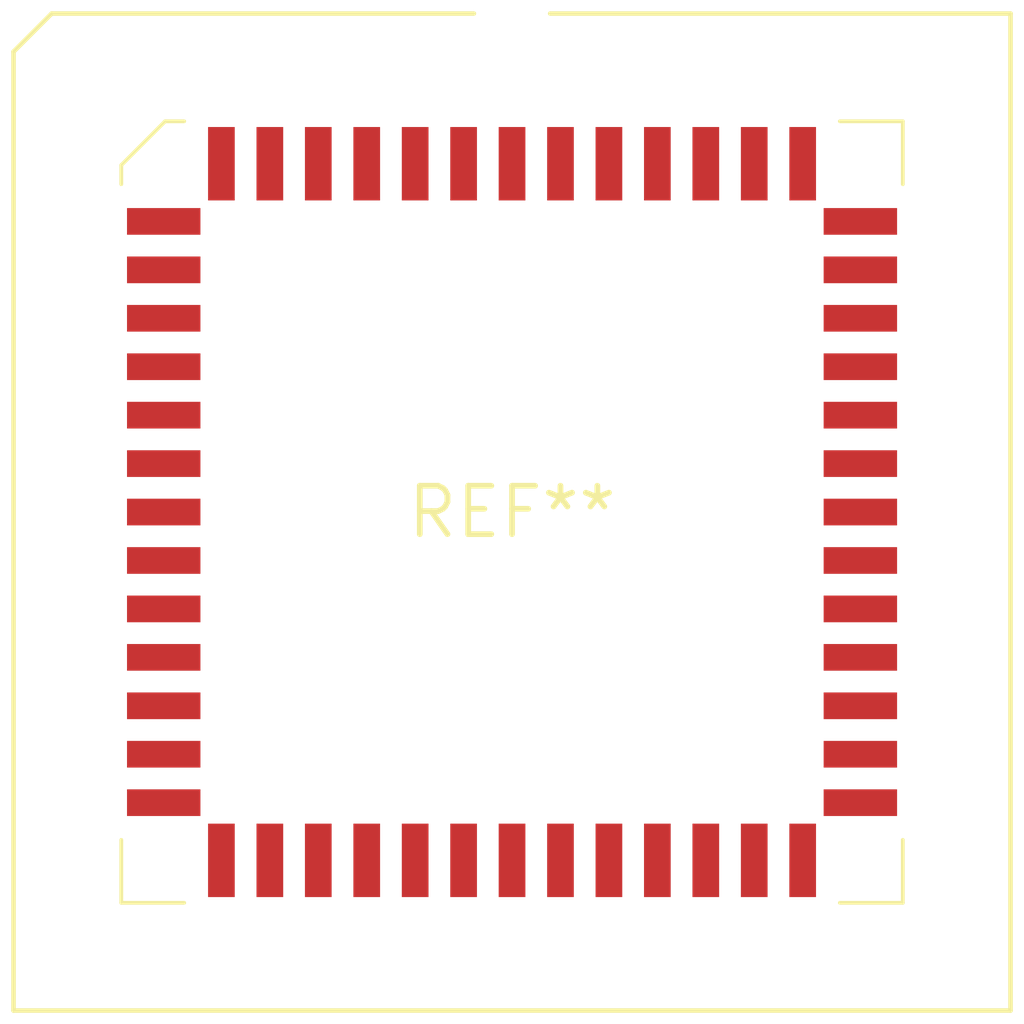
<source format=kicad_pcb>
(kicad_pcb (version 20240108) (generator pcbnew)
  (layers (0 "F.Cu" signal) (31 "B.Cu" signal) (34 "B.Paste" user) (35 "F.Paste" user) (36 "B.SilkS" user "B.Silkscreen") (37 "F.SilkS" user "F.Silkscreen") (38 "B.Mask" user) (39 "F.Mask" user) (44 "Edge.Cuts" user))
  (net 0 "")
  (footprint "PLCC-52_SMD-Socket" (layer "F.Cu") (at 0 0)
    (property "Reference" "REF**")
    (property "Value" "PLCC-52_SMD-Socket")
    (fp_line (start -13.07 -12.07) (end -13.07 13.07) (layer "F.SilkS") (stroke (width 0.12)))
    (fp_line (start -13.07 13.07) (end 13.07 13.07) (layer "F.SilkS") (stroke (width 0.12)))
    (fp_line (start -12.07 -13.07) (end -13.07 -12.07) (layer "F.SilkS") (stroke (width 0.12)))
    (fp_line (start -10.245 -9.095) (end -10.245 -8.595) (layer "F.SilkS") (stroke (width 0.1)))
    (fp_line (start -10.245 10.245) (end -10.245 8.595) (layer "F.SilkS") (stroke (width 0.1)))
    (fp_line (start -9.095 -10.245) (end -10.245 -9.095) (layer "F.SilkS") (stroke (width 0.1)))
    (fp_line (start -8.595 -10.245) (end -9.095 -10.245) (layer "F.SilkS") (stroke (width 0.1)))
    (fp_line (start -8.595 10.245) (end -10.245 10.245) (layer "F.SilkS") (stroke (width 0.1)))
    (fp_line (start -1 -13.07) (end -12.07 -13.07) (layer "F.SilkS") (stroke (width 0.12)))
    (fp_line (start 8.595 -10.245) (end 10.245 -10.245) (layer "F.SilkS") (stroke (width 0.1)))
    (fp_line (start 8.595 10.245) (end 10.245 10.245) (layer "F.SilkS") (stroke (width 0.1)))
    (fp_line (start 10.245 -10.245) (end 10.245 -8.595) (layer "F.SilkS") (stroke (width 0.1)))
    (fp_line (start 10.245 10.245) (end 10.245 8.595) (layer "F.SilkS") (stroke (width 0.1)))
    (fp_line (start 13.07 -13.07) (end 1 -13.07) (layer "F.SilkS") (stroke (width 0.12)))
    (fp_line (start 13.07 13.07) (end 13.07 -13.07) (layer "F.SilkS") (stroke (width 0.12)))
    (pad "1" smd rect (at 0 -9.1325) (size 0.7 1.925) (layers "F.Cu" "F.Paste" "F.Mask"))
    (pad "2" smd rect (at -1.27 -9.1325) (size 0.7 1.925) (layers "F.Cu" "F.Paste" "F.Mask"))
    (pad "3" smd rect (at -2.54 -9.1325) (size 0.7 1.925) (layers "F.Cu" "F.Paste" "F.Mask"))
    (pad "4" smd rect (at -3.81 -9.1325) (size 0.7 1.925) (layers "F.Cu" "F.Paste" "F.Mask"))
    (pad "5" smd rect (at -5.08 -9.1325) (size 0.7 1.925) (layers "F.Cu" "F.Paste" "F.Mask"))
    (pad "6" smd rect (at -6.35 -9.1325) (size 0.7 1.925) (layers "F.Cu" "F.Paste" "F.Mask"))
    (pad "7" smd rect (at -7.62 -9.1325) (size 0.7 1.925) (layers "F.Cu" "F.Paste" "F.Mask"))
    (pad "8" smd rect (at -9.1325 -7.62) (size 1.925 0.7) (layers "F.Cu" "F.Paste" "F.Mask"))
    (pad "9" smd rect (at -9.1325 -6.35) (size 1.925 0.7) (layers "F.Cu" "F.Paste" "F.Mask"))
    (pad "10" smd rect (at -9.1325 -5.08) (size 1.925 0.7) (layers "F.Cu" "F.Paste" "F.Mask"))
    (pad "11" smd rect (at -9.1325 -3.81) (size 1.925 0.7) (layers "F.Cu" "F.Paste" "F.Mask"))
    (pad "12" smd rect (at -9.1325 -2.54) (size 1.925 0.7) (layers "F.Cu" "F.Paste" "F.Mask"))
    (pad "13" smd rect (at -9.1325 -1.27) (size 1.925 0.7) (layers "F.Cu" "F.Paste" "F.Mask"))
    (pad "14" smd rect (at -9.1325 0) (size 1.925 0.7) (layers "F.Cu" "F.Paste" "F.Mask"))
    (pad "15" smd rect (at -9.1325 1.27) (size 1.925 0.7) (layers "F.Cu" "F.Paste" "F.Mask"))
    (pad "16" smd rect (at -9.1325 2.54) (size 1.925 0.7) (layers "F.Cu" "F.Paste" "F.Mask"))
    (pad "17" smd rect (at -9.1325 3.81) (size 1.925 0.7) (layers "F.Cu" "F.Paste" "F.Mask"))
    (pad "18" smd rect (at -9.1325 5.08) (size 1.925 0.7) (layers "F.Cu" "F.Paste" "F.Mask"))
    (pad "19" smd rect (at -9.1325 6.35) (size 1.925 0.7) (layers "F.Cu" "F.Paste" "F.Mask"))
    (pad "20" smd rect (at -9.1325 7.62) (size 1.925 0.7) (layers "F.Cu" "F.Paste" "F.Mask"))
    (pad "21" smd rect (at -7.62 9.1325) (size 0.7 1.925) (layers "F.Cu" "F.Paste" "F.Mask"))
    (pad "22" smd rect (at -6.35 9.1325) (size 0.7 1.925) (layers "F.Cu" "F.Paste" "F.Mask"))
    (pad "23" smd rect (at -5.08 9.1325) (size 0.7 1.925) (layers "F.Cu" "F.Paste" "F.Mask"))
    (pad "24" smd rect (at -3.81 9.1325) (size 0.7 1.925) (layers "F.Cu" "F.Paste" "F.Mask"))
    (pad "25" smd rect (at -2.54 9.1325) (size 0.7 1.925) (layers "F.Cu" "F.Paste" "F.Mask"))
    (pad "26" smd rect (at -1.27 9.1325) (size 0.7 1.925) (layers "F.Cu" "F.Paste" "F.Mask"))
    (pad "27" smd rect (at 0 9.1325) (size 0.7 1.925) (layers "F.Cu" "F.Paste" "F.Mask"))
    (pad "28" smd rect (at 1.27 9.1325) (size 0.7 1.925) (layers "F.Cu" "F.Paste" "F.Mask"))
    (pad "29" smd rect (at 2.54 9.1325) (size 0.7 1.925) (layers "F.Cu" "F.Paste" "F.Mask"))
    (pad "30" smd rect (at 3.81 9.1325) (size 0.7 1.925) (layers "F.Cu" "F.Paste" "F.Mask"))
    (pad "31" smd rect (at 5.08 9.1325) (size 0.7 1.925) (layers "F.Cu" "F.Paste" "F.Mask"))
    (pad "32" smd rect (at 6.35 9.1325) (size 0.7 1.925) (layers "F.Cu" "F.Paste" "F.Mask"))
    (pad "33" smd rect (at 7.62 9.1325) (size 0.7 1.925) (layers "F.Cu" "F.Paste" "F.Mask"))
    (pad "34" smd rect (at 9.1325 7.62) (size 1.925 0.7) (layers "F.Cu" "F.Paste" "F.Mask"))
    (pad "35" smd rect (at 9.1325 6.35) (size 1.925 0.7) (layers "F.Cu" "F.Paste" "F.Mask"))
    (pad "36" smd rect (at 9.1325 5.08) (size 1.925 0.7) (layers "F.Cu" "F.Paste" "F.Mask"))
    (pad "37" smd rect (at 9.1325 3.81) (size 1.925 0.7) (layers "F.Cu" "F.Paste" "F.Mask"))
    (pad "38" smd rect (at 9.1325 2.54) (size 1.925 0.7) (layers "F.Cu" "F.Paste" "F.Mask"))
    (pad "39" smd rect (at 9.1325 1.27) (size 1.925 0.7) (layers "F.Cu" "F.Paste" "F.Mask"))
    (pad "40" smd rect (at 9.1325 0) (size 1.925 0.7) (layers "F.Cu" "F.Paste" "F.Mask"))
    (pad "41" smd rect (at 9.1325 -1.27) (size 1.925 0.7) (layers "F.Cu" "F.Paste" "F.Mask"))
    (pad "42" smd rect (at 9.1325 -2.54) (size 1.925 0.7) (layers "F.Cu" "F.Paste" "F.Mask"))
    (pad "43" smd rect (at 9.1325 -3.81) (size 1.925 0.7) (layers "F.Cu" "F.Paste" "F.Mask"))
    (pad "44" smd rect (at 9.1325 -5.08) (size 1.925 0.7) (layers "F.Cu" "F.Paste" "F.Mask"))
    (pad "45" smd rect (at 9.1325 -6.35) (size 1.925 0.7) (layers "F.Cu" "F.Paste" "F.Mask"))
    (pad "46" smd rect (at 9.1325 -7.62) (size 1.925 0.7) (layers "F.Cu" "F.Paste" "F.Mask"))
    (pad "47" smd rect (at 7.62 -9.1325) (size 0.7 1.925) (layers "F.Cu" "F.Paste" "F.Mask"))
    (pad "48" smd rect (at 6.35 -9.1325) (size 0.7 1.925) (layers "F.Cu" "F.Paste" "F.Mask"))
    (pad "49" smd rect (at 5.08 -9.1325) (size 0.7 1.925) (layers "F.Cu" "F.Paste" "F.Mask"))
    (pad "50" smd rect (at 3.81 -9.1325) (size 0.7 1.925) (layers "F.Cu" "F.Paste" "F.Mask"))
    (pad "51" smd rect (at 2.54 -9.1325) (size 0.7 1.925) (layers "F.Cu" "F.Paste" "F.Mask"))
    (pad "52" smd rect (at 1.27 -9.1325) (size 0.7 1.925) (layers "F.Cu" "F.Paste" "F.Mask"))
  )
)
</source>
